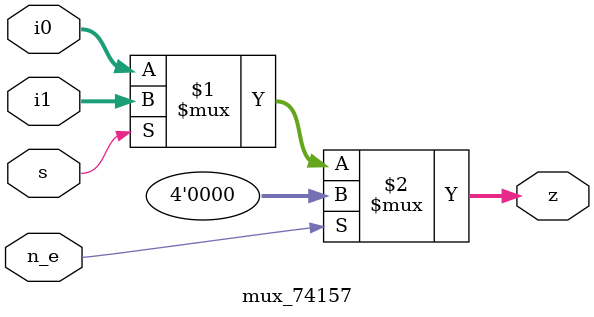
<source format=v>
`timescale 1ns/1ns
module mux_74157(i0, i1, s, n_e, z);
    input wire [3:0] i0;
    input wire [3:0] i1;
    input wire s;
    input wire n_e;
    output wire [3:0] z;

    assign #10 z = n_e ? 4'b0 : (s ? i1 : i0);
endmodule

</source>
